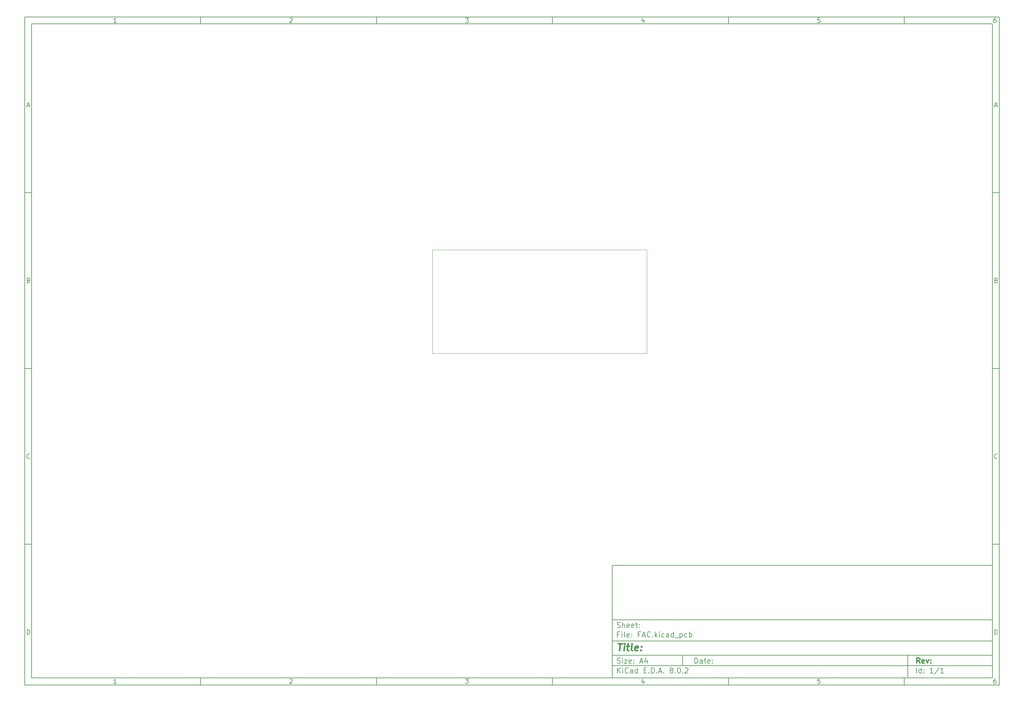
<source format=gbr>
%TF.GenerationSoftware,KiCad,Pcbnew,8.0.2*%
%TF.CreationDate,2024-06-13T18:36:30+05:30*%
%TF.ProjectId,FAC,4641432e-6b69-4636-9164-5f7063625858,rev?*%
%TF.SameCoordinates,Original*%
%TF.FileFunction,Profile,NP*%
%FSLAX46Y46*%
G04 Gerber Fmt 4.6, Leading zero omitted, Abs format (unit mm)*
G04 Created by KiCad (PCBNEW 8.0.2) date 2024-06-13 18:36:30*
%MOMM*%
%LPD*%
G01*
G04 APERTURE LIST*
%ADD10C,0.100000*%
%ADD11C,0.150000*%
%ADD12C,0.300000*%
%ADD13C,0.400000*%
%TA.AperFunction,Profile*%
%ADD14C,0.050000*%
%TD*%
G04 APERTURE END LIST*
D10*
D11*
X177002200Y-166007200D02*
X285002200Y-166007200D01*
X285002200Y-198007200D01*
X177002200Y-198007200D01*
X177002200Y-166007200D01*
D10*
D11*
X10000000Y-10000000D02*
X287002200Y-10000000D01*
X287002200Y-200007200D01*
X10000000Y-200007200D01*
X10000000Y-10000000D01*
D10*
D11*
X12000000Y-12000000D02*
X285002200Y-12000000D01*
X285002200Y-198007200D01*
X12000000Y-198007200D01*
X12000000Y-12000000D01*
D10*
D11*
X60000000Y-12000000D02*
X60000000Y-10000000D01*
D10*
D11*
X110000000Y-12000000D02*
X110000000Y-10000000D01*
D10*
D11*
X160000000Y-12000000D02*
X160000000Y-10000000D01*
D10*
D11*
X210000000Y-12000000D02*
X210000000Y-10000000D01*
D10*
D11*
X260000000Y-12000000D02*
X260000000Y-10000000D01*
D10*
D11*
X36089160Y-11593604D02*
X35346303Y-11593604D01*
X35717731Y-11593604D02*
X35717731Y-10293604D01*
X35717731Y-10293604D02*
X35593922Y-10479319D01*
X35593922Y-10479319D02*
X35470112Y-10603128D01*
X35470112Y-10603128D02*
X35346303Y-10665033D01*
D10*
D11*
X85346303Y-10417414D02*
X85408207Y-10355509D01*
X85408207Y-10355509D02*
X85532017Y-10293604D01*
X85532017Y-10293604D02*
X85841541Y-10293604D01*
X85841541Y-10293604D02*
X85965350Y-10355509D01*
X85965350Y-10355509D02*
X86027255Y-10417414D01*
X86027255Y-10417414D02*
X86089160Y-10541223D01*
X86089160Y-10541223D02*
X86089160Y-10665033D01*
X86089160Y-10665033D02*
X86027255Y-10850747D01*
X86027255Y-10850747D02*
X85284398Y-11593604D01*
X85284398Y-11593604D02*
X86089160Y-11593604D01*
D10*
D11*
X135284398Y-10293604D02*
X136089160Y-10293604D01*
X136089160Y-10293604D02*
X135655826Y-10788842D01*
X135655826Y-10788842D02*
X135841541Y-10788842D01*
X135841541Y-10788842D02*
X135965350Y-10850747D01*
X135965350Y-10850747D02*
X136027255Y-10912652D01*
X136027255Y-10912652D02*
X136089160Y-11036461D01*
X136089160Y-11036461D02*
X136089160Y-11345985D01*
X136089160Y-11345985D02*
X136027255Y-11469795D01*
X136027255Y-11469795D02*
X135965350Y-11531700D01*
X135965350Y-11531700D02*
X135841541Y-11593604D01*
X135841541Y-11593604D02*
X135470112Y-11593604D01*
X135470112Y-11593604D02*
X135346303Y-11531700D01*
X135346303Y-11531700D02*
X135284398Y-11469795D01*
D10*
D11*
X185965350Y-10726938D02*
X185965350Y-11593604D01*
X185655826Y-10231700D02*
X185346303Y-11160271D01*
X185346303Y-11160271D02*
X186151064Y-11160271D01*
D10*
D11*
X236027255Y-10293604D02*
X235408207Y-10293604D01*
X235408207Y-10293604D02*
X235346303Y-10912652D01*
X235346303Y-10912652D02*
X235408207Y-10850747D01*
X235408207Y-10850747D02*
X235532017Y-10788842D01*
X235532017Y-10788842D02*
X235841541Y-10788842D01*
X235841541Y-10788842D02*
X235965350Y-10850747D01*
X235965350Y-10850747D02*
X236027255Y-10912652D01*
X236027255Y-10912652D02*
X236089160Y-11036461D01*
X236089160Y-11036461D02*
X236089160Y-11345985D01*
X236089160Y-11345985D02*
X236027255Y-11469795D01*
X236027255Y-11469795D02*
X235965350Y-11531700D01*
X235965350Y-11531700D02*
X235841541Y-11593604D01*
X235841541Y-11593604D02*
X235532017Y-11593604D01*
X235532017Y-11593604D02*
X235408207Y-11531700D01*
X235408207Y-11531700D02*
X235346303Y-11469795D01*
D10*
D11*
X285965350Y-10293604D02*
X285717731Y-10293604D01*
X285717731Y-10293604D02*
X285593922Y-10355509D01*
X285593922Y-10355509D02*
X285532017Y-10417414D01*
X285532017Y-10417414D02*
X285408207Y-10603128D01*
X285408207Y-10603128D02*
X285346303Y-10850747D01*
X285346303Y-10850747D02*
X285346303Y-11345985D01*
X285346303Y-11345985D02*
X285408207Y-11469795D01*
X285408207Y-11469795D02*
X285470112Y-11531700D01*
X285470112Y-11531700D02*
X285593922Y-11593604D01*
X285593922Y-11593604D02*
X285841541Y-11593604D01*
X285841541Y-11593604D02*
X285965350Y-11531700D01*
X285965350Y-11531700D02*
X286027255Y-11469795D01*
X286027255Y-11469795D02*
X286089160Y-11345985D01*
X286089160Y-11345985D02*
X286089160Y-11036461D01*
X286089160Y-11036461D02*
X286027255Y-10912652D01*
X286027255Y-10912652D02*
X285965350Y-10850747D01*
X285965350Y-10850747D02*
X285841541Y-10788842D01*
X285841541Y-10788842D02*
X285593922Y-10788842D01*
X285593922Y-10788842D02*
X285470112Y-10850747D01*
X285470112Y-10850747D02*
X285408207Y-10912652D01*
X285408207Y-10912652D02*
X285346303Y-11036461D01*
D10*
D11*
X60000000Y-198007200D02*
X60000000Y-200007200D01*
D10*
D11*
X110000000Y-198007200D02*
X110000000Y-200007200D01*
D10*
D11*
X160000000Y-198007200D02*
X160000000Y-200007200D01*
D10*
D11*
X210000000Y-198007200D02*
X210000000Y-200007200D01*
D10*
D11*
X260000000Y-198007200D02*
X260000000Y-200007200D01*
D10*
D11*
X36089160Y-199600804D02*
X35346303Y-199600804D01*
X35717731Y-199600804D02*
X35717731Y-198300804D01*
X35717731Y-198300804D02*
X35593922Y-198486519D01*
X35593922Y-198486519D02*
X35470112Y-198610328D01*
X35470112Y-198610328D02*
X35346303Y-198672233D01*
D10*
D11*
X85346303Y-198424614D02*
X85408207Y-198362709D01*
X85408207Y-198362709D02*
X85532017Y-198300804D01*
X85532017Y-198300804D02*
X85841541Y-198300804D01*
X85841541Y-198300804D02*
X85965350Y-198362709D01*
X85965350Y-198362709D02*
X86027255Y-198424614D01*
X86027255Y-198424614D02*
X86089160Y-198548423D01*
X86089160Y-198548423D02*
X86089160Y-198672233D01*
X86089160Y-198672233D02*
X86027255Y-198857947D01*
X86027255Y-198857947D02*
X85284398Y-199600804D01*
X85284398Y-199600804D02*
X86089160Y-199600804D01*
D10*
D11*
X135284398Y-198300804D02*
X136089160Y-198300804D01*
X136089160Y-198300804D02*
X135655826Y-198796042D01*
X135655826Y-198796042D02*
X135841541Y-198796042D01*
X135841541Y-198796042D02*
X135965350Y-198857947D01*
X135965350Y-198857947D02*
X136027255Y-198919852D01*
X136027255Y-198919852D02*
X136089160Y-199043661D01*
X136089160Y-199043661D02*
X136089160Y-199353185D01*
X136089160Y-199353185D02*
X136027255Y-199476995D01*
X136027255Y-199476995D02*
X135965350Y-199538900D01*
X135965350Y-199538900D02*
X135841541Y-199600804D01*
X135841541Y-199600804D02*
X135470112Y-199600804D01*
X135470112Y-199600804D02*
X135346303Y-199538900D01*
X135346303Y-199538900D02*
X135284398Y-199476995D01*
D10*
D11*
X185965350Y-198734138D02*
X185965350Y-199600804D01*
X185655826Y-198238900D02*
X185346303Y-199167471D01*
X185346303Y-199167471D02*
X186151064Y-199167471D01*
D10*
D11*
X236027255Y-198300804D02*
X235408207Y-198300804D01*
X235408207Y-198300804D02*
X235346303Y-198919852D01*
X235346303Y-198919852D02*
X235408207Y-198857947D01*
X235408207Y-198857947D02*
X235532017Y-198796042D01*
X235532017Y-198796042D02*
X235841541Y-198796042D01*
X235841541Y-198796042D02*
X235965350Y-198857947D01*
X235965350Y-198857947D02*
X236027255Y-198919852D01*
X236027255Y-198919852D02*
X236089160Y-199043661D01*
X236089160Y-199043661D02*
X236089160Y-199353185D01*
X236089160Y-199353185D02*
X236027255Y-199476995D01*
X236027255Y-199476995D02*
X235965350Y-199538900D01*
X235965350Y-199538900D02*
X235841541Y-199600804D01*
X235841541Y-199600804D02*
X235532017Y-199600804D01*
X235532017Y-199600804D02*
X235408207Y-199538900D01*
X235408207Y-199538900D02*
X235346303Y-199476995D01*
D10*
D11*
X285965350Y-198300804D02*
X285717731Y-198300804D01*
X285717731Y-198300804D02*
X285593922Y-198362709D01*
X285593922Y-198362709D02*
X285532017Y-198424614D01*
X285532017Y-198424614D02*
X285408207Y-198610328D01*
X285408207Y-198610328D02*
X285346303Y-198857947D01*
X285346303Y-198857947D02*
X285346303Y-199353185D01*
X285346303Y-199353185D02*
X285408207Y-199476995D01*
X285408207Y-199476995D02*
X285470112Y-199538900D01*
X285470112Y-199538900D02*
X285593922Y-199600804D01*
X285593922Y-199600804D02*
X285841541Y-199600804D01*
X285841541Y-199600804D02*
X285965350Y-199538900D01*
X285965350Y-199538900D02*
X286027255Y-199476995D01*
X286027255Y-199476995D02*
X286089160Y-199353185D01*
X286089160Y-199353185D02*
X286089160Y-199043661D01*
X286089160Y-199043661D02*
X286027255Y-198919852D01*
X286027255Y-198919852D02*
X285965350Y-198857947D01*
X285965350Y-198857947D02*
X285841541Y-198796042D01*
X285841541Y-198796042D02*
X285593922Y-198796042D01*
X285593922Y-198796042D02*
X285470112Y-198857947D01*
X285470112Y-198857947D02*
X285408207Y-198919852D01*
X285408207Y-198919852D02*
X285346303Y-199043661D01*
D10*
D11*
X10000000Y-60000000D02*
X12000000Y-60000000D01*
D10*
D11*
X10000000Y-110000000D02*
X12000000Y-110000000D01*
D10*
D11*
X10000000Y-160000000D02*
X12000000Y-160000000D01*
D10*
D11*
X10690476Y-35222176D02*
X11309523Y-35222176D01*
X10566666Y-35593604D02*
X10999999Y-34293604D01*
X10999999Y-34293604D02*
X11433333Y-35593604D01*
D10*
D11*
X11092857Y-84912652D02*
X11278571Y-84974557D01*
X11278571Y-84974557D02*
X11340476Y-85036461D01*
X11340476Y-85036461D02*
X11402380Y-85160271D01*
X11402380Y-85160271D02*
X11402380Y-85345985D01*
X11402380Y-85345985D02*
X11340476Y-85469795D01*
X11340476Y-85469795D02*
X11278571Y-85531700D01*
X11278571Y-85531700D02*
X11154761Y-85593604D01*
X11154761Y-85593604D02*
X10659523Y-85593604D01*
X10659523Y-85593604D02*
X10659523Y-84293604D01*
X10659523Y-84293604D02*
X11092857Y-84293604D01*
X11092857Y-84293604D02*
X11216666Y-84355509D01*
X11216666Y-84355509D02*
X11278571Y-84417414D01*
X11278571Y-84417414D02*
X11340476Y-84541223D01*
X11340476Y-84541223D02*
X11340476Y-84665033D01*
X11340476Y-84665033D02*
X11278571Y-84788842D01*
X11278571Y-84788842D02*
X11216666Y-84850747D01*
X11216666Y-84850747D02*
X11092857Y-84912652D01*
X11092857Y-84912652D02*
X10659523Y-84912652D01*
D10*
D11*
X11402380Y-135469795D02*
X11340476Y-135531700D01*
X11340476Y-135531700D02*
X11154761Y-135593604D01*
X11154761Y-135593604D02*
X11030952Y-135593604D01*
X11030952Y-135593604D02*
X10845238Y-135531700D01*
X10845238Y-135531700D02*
X10721428Y-135407890D01*
X10721428Y-135407890D02*
X10659523Y-135284080D01*
X10659523Y-135284080D02*
X10597619Y-135036461D01*
X10597619Y-135036461D02*
X10597619Y-134850747D01*
X10597619Y-134850747D02*
X10659523Y-134603128D01*
X10659523Y-134603128D02*
X10721428Y-134479319D01*
X10721428Y-134479319D02*
X10845238Y-134355509D01*
X10845238Y-134355509D02*
X11030952Y-134293604D01*
X11030952Y-134293604D02*
X11154761Y-134293604D01*
X11154761Y-134293604D02*
X11340476Y-134355509D01*
X11340476Y-134355509D02*
X11402380Y-134417414D01*
D10*
D11*
X10659523Y-185593604D02*
X10659523Y-184293604D01*
X10659523Y-184293604D02*
X10969047Y-184293604D01*
X10969047Y-184293604D02*
X11154761Y-184355509D01*
X11154761Y-184355509D02*
X11278571Y-184479319D01*
X11278571Y-184479319D02*
X11340476Y-184603128D01*
X11340476Y-184603128D02*
X11402380Y-184850747D01*
X11402380Y-184850747D02*
X11402380Y-185036461D01*
X11402380Y-185036461D02*
X11340476Y-185284080D01*
X11340476Y-185284080D02*
X11278571Y-185407890D01*
X11278571Y-185407890D02*
X11154761Y-185531700D01*
X11154761Y-185531700D02*
X10969047Y-185593604D01*
X10969047Y-185593604D02*
X10659523Y-185593604D01*
D10*
D11*
X287002200Y-60000000D02*
X285002200Y-60000000D01*
D10*
D11*
X287002200Y-110000000D02*
X285002200Y-110000000D01*
D10*
D11*
X287002200Y-160000000D02*
X285002200Y-160000000D01*
D10*
D11*
X285692676Y-35222176D02*
X286311723Y-35222176D01*
X285568866Y-35593604D02*
X286002199Y-34293604D01*
X286002199Y-34293604D02*
X286435533Y-35593604D01*
D10*
D11*
X286095057Y-84912652D02*
X286280771Y-84974557D01*
X286280771Y-84974557D02*
X286342676Y-85036461D01*
X286342676Y-85036461D02*
X286404580Y-85160271D01*
X286404580Y-85160271D02*
X286404580Y-85345985D01*
X286404580Y-85345985D02*
X286342676Y-85469795D01*
X286342676Y-85469795D02*
X286280771Y-85531700D01*
X286280771Y-85531700D02*
X286156961Y-85593604D01*
X286156961Y-85593604D02*
X285661723Y-85593604D01*
X285661723Y-85593604D02*
X285661723Y-84293604D01*
X285661723Y-84293604D02*
X286095057Y-84293604D01*
X286095057Y-84293604D02*
X286218866Y-84355509D01*
X286218866Y-84355509D02*
X286280771Y-84417414D01*
X286280771Y-84417414D02*
X286342676Y-84541223D01*
X286342676Y-84541223D02*
X286342676Y-84665033D01*
X286342676Y-84665033D02*
X286280771Y-84788842D01*
X286280771Y-84788842D02*
X286218866Y-84850747D01*
X286218866Y-84850747D02*
X286095057Y-84912652D01*
X286095057Y-84912652D02*
X285661723Y-84912652D01*
D10*
D11*
X286404580Y-135469795D02*
X286342676Y-135531700D01*
X286342676Y-135531700D02*
X286156961Y-135593604D01*
X286156961Y-135593604D02*
X286033152Y-135593604D01*
X286033152Y-135593604D02*
X285847438Y-135531700D01*
X285847438Y-135531700D02*
X285723628Y-135407890D01*
X285723628Y-135407890D02*
X285661723Y-135284080D01*
X285661723Y-135284080D02*
X285599819Y-135036461D01*
X285599819Y-135036461D02*
X285599819Y-134850747D01*
X285599819Y-134850747D02*
X285661723Y-134603128D01*
X285661723Y-134603128D02*
X285723628Y-134479319D01*
X285723628Y-134479319D02*
X285847438Y-134355509D01*
X285847438Y-134355509D02*
X286033152Y-134293604D01*
X286033152Y-134293604D02*
X286156961Y-134293604D01*
X286156961Y-134293604D02*
X286342676Y-134355509D01*
X286342676Y-134355509D02*
X286404580Y-134417414D01*
D10*
D11*
X285661723Y-185593604D02*
X285661723Y-184293604D01*
X285661723Y-184293604D02*
X285971247Y-184293604D01*
X285971247Y-184293604D02*
X286156961Y-184355509D01*
X286156961Y-184355509D02*
X286280771Y-184479319D01*
X286280771Y-184479319D02*
X286342676Y-184603128D01*
X286342676Y-184603128D02*
X286404580Y-184850747D01*
X286404580Y-184850747D02*
X286404580Y-185036461D01*
X286404580Y-185036461D02*
X286342676Y-185284080D01*
X286342676Y-185284080D02*
X286280771Y-185407890D01*
X286280771Y-185407890D02*
X286156961Y-185531700D01*
X286156961Y-185531700D02*
X285971247Y-185593604D01*
X285971247Y-185593604D02*
X285661723Y-185593604D01*
D10*
D11*
X200458026Y-193793328D02*
X200458026Y-192293328D01*
X200458026Y-192293328D02*
X200815169Y-192293328D01*
X200815169Y-192293328D02*
X201029455Y-192364757D01*
X201029455Y-192364757D02*
X201172312Y-192507614D01*
X201172312Y-192507614D02*
X201243741Y-192650471D01*
X201243741Y-192650471D02*
X201315169Y-192936185D01*
X201315169Y-192936185D02*
X201315169Y-193150471D01*
X201315169Y-193150471D02*
X201243741Y-193436185D01*
X201243741Y-193436185D02*
X201172312Y-193579042D01*
X201172312Y-193579042D02*
X201029455Y-193721900D01*
X201029455Y-193721900D02*
X200815169Y-193793328D01*
X200815169Y-193793328D02*
X200458026Y-193793328D01*
X202600884Y-193793328D02*
X202600884Y-193007614D01*
X202600884Y-193007614D02*
X202529455Y-192864757D01*
X202529455Y-192864757D02*
X202386598Y-192793328D01*
X202386598Y-192793328D02*
X202100884Y-192793328D01*
X202100884Y-192793328D02*
X201958026Y-192864757D01*
X202600884Y-193721900D02*
X202458026Y-193793328D01*
X202458026Y-193793328D02*
X202100884Y-193793328D01*
X202100884Y-193793328D02*
X201958026Y-193721900D01*
X201958026Y-193721900D02*
X201886598Y-193579042D01*
X201886598Y-193579042D02*
X201886598Y-193436185D01*
X201886598Y-193436185D02*
X201958026Y-193293328D01*
X201958026Y-193293328D02*
X202100884Y-193221900D01*
X202100884Y-193221900D02*
X202458026Y-193221900D01*
X202458026Y-193221900D02*
X202600884Y-193150471D01*
X203100884Y-192793328D02*
X203672312Y-192793328D01*
X203315169Y-192293328D02*
X203315169Y-193579042D01*
X203315169Y-193579042D02*
X203386598Y-193721900D01*
X203386598Y-193721900D02*
X203529455Y-193793328D01*
X203529455Y-193793328D02*
X203672312Y-193793328D01*
X204743741Y-193721900D02*
X204600884Y-193793328D01*
X204600884Y-193793328D02*
X204315170Y-193793328D01*
X204315170Y-193793328D02*
X204172312Y-193721900D01*
X204172312Y-193721900D02*
X204100884Y-193579042D01*
X204100884Y-193579042D02*
X204100884Y-193007614D01*
X204100884Y-193007614D02*
X204172312Y-192864757D01*
X204172312Y-192864757D02*
X204315170Y-192793328D01*
X204315170Y-192793328D02*
X204600884Y-192793328D01*
X204600884Y-192793328D02*
X204743741Y-192864757D01*
X204743741Y-192864757D02*
X204815170Y-193007614D01*
X204815170Y-193007614D02*
X204815170Y-193150471D01*
X204815170Y-193150471D02*
X204100884Y-193293328D01*
X205458026Y-193650471D02*
X205529455Y-193721900D01*
X205529455Y-193721900D02*
X205458026Y-193793328D01*
X205458026Y-193793328D02*
X205386598Y-193721900D01*
X205386598Y-193721900D02*
X205458026Y-193650471D01*
X205458026Y-193650471D02*
X205458026Y-193793328D01*
X205458026Y-192864757D02*
X205529455Y-192936185D01*
X205529455Y-192936185D02*
X205458026Y-193007614D01*
X205458026Y-193007614D02*
X205386598Y-192936185D01*
X205386598Y-192936185D02*
X205458026Y-192864757D01*
X205458026Y-192864757D02*
X205458026Y-193007614D01*
D10*
D11*
X177002200Y-194507200D02*
X285002200Y-194507200D01*
D10*
D11*
X178458026Y-196593328D02*
X178458026Y-195093328D01*
X179315169Y-196593328D02*
X178672312Y-195736185D01*
X179315169Y-195093328D02*
X178458026Y-195950471D01*
X179958026Y-196593328D02*
X179958026Y-195593328D01*
X179958026Y-195093328D02*
X179886598Y-195164757D01*
X179886598Y-195164757D02*
X179958026Y-195236185D01*
X179958026Y-195236185D02*
X180029455Y-195164757D01*
X180029455Y-195164757D02*
X179958026Y-195093328D01*
X179958026Y-195093328D02*
X179958026Y-195236185D01*
X181529455Y-196450471D02*
X181458027Y-196521900D01*
X181458027Y-196521900D02*
X181243741Y-196593328D01*
X181243741Y-196593328D02*
X181100884Y-196593328D01*
X181100884Y-196593328D02*
X180886598Y-196521900D01*
X180886598Y-196521900D02*
X180743741Y-196379042D01*
X180743741Y-196379042D02*
X180672312Y-196236185D01*
X180672312Y-196236185D02*
X180600884Y-195950471D01*
X180600884Y-195950471D02*
X180600884Y-195736185D01*
X180600884Y-195736185D02*
X180672312Y-195450471D01*
X180672312Y-195450471D02*
X180743741Y-195307614D01*
X180743741Y-195307614D02*
X180886598Y-195164757D01*
X180886598Y-195164757D02*
X181100884Y-195093328D01*
X181100884Y-195093328D02*
X181243741Y-195093328D01*
X181243741Y-195093328D02*
X181458027Y-195164757D01*
X181458027Y-195164757D02*
X181529455Y-195236185D01*
X182815170Y-196593328D02*
X182815170Y-195807614D01*
X182815170Y-195807614D02*
X182743741Y-195664757D01*
X182743741Y-195664757D02*
X182600884Y-195593328D01*
X182600884Y-195593328D02*
X182315170Y-195593328D01*
X182315170Y-195593328D02*
X182172312Y-195664757D01*
X182815170Y-196521900D02*
X182672312Y-196593328D01*
X182672312Y-196593328D02*
X182315170Y-196593328D01*
X182315170Y-196593328D02*
X182172312Y-196521900D01*
X182172312Y-196521900D02*
X182100884Y-196379042D01*
X182100884Y-196379042D02*
X182100884Y-196236185D01*
X182100884Y-196236185D02*
X182172312Y-196093328D01*
X182172312Y-196093328D02*
X182315170Y-196021900D01*
X182315170Y-196021900D02*
X182672312Y-196021900D01*
X182672312Y-196021900D02*
X182815170Y-195950471D01*
X184172313Y-196593328D02*
X184172313Y-195093328D01*
X184172313Y-196521900D02*
X184029455Y-196593328D01*
X184029455Y-196593328D02*
X183743741Y-196593328D01*
X183743741Y-196593328D02*
X183600884Y-196521900D01*
X183600884Y-196521900D02*
X183529455Y-196450471D01*
X183529455Y-196450471D02*
X183458027Y-196307614D01*
X183458027Y-196307614D02*
X183458027Y-195879042D01*
X183458027Y-195879042D02*
X183529455Y-195736185D01*
X183529455Y-195736185D02*
X183600884Y-195664757D01*
X183600884Y-195664757D02*
X183743741Y-195593328D01*
X183743741Y-195593328D02*
X184029455Y-195593328D01*
X184029455Y-195593328D02*
X184172313Y-195664757D01*
X186029455Y-195807614D02*
X186529455Y-195807614D01*
X186743741Y-196593328D02*
X186029455Y-196593328D01*
X186029455Y-196593328D02*
X186029455Y-195093328D01*
X186029455Y-195093328D02*
X186743741Y-195093328D01*
X187386598Y-196450471D02*
X187458027Y-196521900D01*
X187458027Y-196521900D02*
X187386598Y-196593328D01*
X187386598Y-196593328D02*
X187315170Y-196521900D01*
X187315170Y-196521900D02*
X187386598Y-196450471D01*
X187386598Y-196450471D02*
X187386598Y-196593328D01*
X188100884Y-196593328D02*
X188100884Y-195093328D01*
X188100884Y-195093328D02*
X188458027Y-195093328D01*
X188458027Y-195093328D02*
X188672313Y-195164757D01*
X188672313Y-195164757D02*
X188815170Y-195307614D01*
X188815170Y-195307614D02*
X188886599Y-195450471D01*
X188886599Y-195450471D02*
X188958027Y-195736185D01*
X188958027Y-195736185D02*
X188958027Y-195950471D01*
X188958027Y-195950471D02*
X188886599Y-196236185D01*
X188886599Y-196236185D02*
X188815170Y-196379042D01*
X188815170Y-196379042D02*
X188672313Y-196521900D01*
X188672313Y-196521900D02*
X188458027Y-196593328D01*
X188458027Y-196593328D02*
X188100884Y-196593328D01*
X189600884Y-196450471D02*
X189672313Y-196521900D01*
X189672313Y-196521900D02*
X189600884Y-196593328D01*
X189600884Y-196593328D02*
X189529456Y-196521900D01*
X189529456Y-196521900D02*
X189600884Y-196450471D01*
X189600884Y-196450471D02*
X189600884Y-196593328D01*
X190243742Y-196164757D02*
X190958028Y-196164757D01*
X190100885Y-196593328D02*
X190600885Y-195093328D01*
X190600885Y-195093328D02*
X191100885Y-196593328D01*
X191600884Y-196450471D02*
X191672313Y-196521900D01*
X191672313Y-196521900D02*
X191600884Y-196593328D01*
X191600884Y-196593328D02*
X191529456Y-196521900D01*
X191529456Y-196521900D02*
X191600884Y-196450471D01*
X191600884Y-196450471D02*
X191600884Y-196593328D01*
X193672313Y-195736185D02*
X193529456Y-195664757D01*
X193529456Y-195664757D02*
X193458027Y-195593328D01*
X193458027Y-195593328D02*
X193386599Y-195450471D01*
X193386599Y-195450471D02*
X193386599Y-195379042D01*
X193386599Y-195379042D02*
X193458027Y-195236185D01*
X193458027Y-195236185D02*
X193529456Y-195164757D01*
X193529456Y-195164757D02*
X193672313Y-195093328D01*
X193672313Y-195093328D02*
X193958027Y-195093328D01*
X193958027Y-195093328D02*
X194100885Y-195164757D01*
X194100885Y-195164757D02*
X194172313Y-195236185D01*
X194172313Y-195236185D02*
X194243742Y-195379042D01*
X194243742Y-195379042D02*
X194243742Y-195450471D01*
X194243742Y-195450471D02*
X194172313Y-195593328D01*
X194172313Y-195593328D02*
X194100885Y-195664757D01*
X194100885Y-195664757D02*
X193958027Y-195736185D01*
X193958027Y-195736185D02*
X193672313Y-195736185D01*
X193672313Y-195736185D02*
X193529456Y-195807614D01*
X193529456Y-195807614D02*
X193458027Y-195879042D01*
X193458027Y-195879042D02*
X193386599Y-196021900D01*
X193386599Y-196021900D02*
X193386599Y-196307614D01*
X193386599Y-196307614D02*
X193458027Y-196450471D01*
X193458027Y-196450471D02*
X193529456Y-196521900D01*
X193529456Y-196521900D02*
X193672313Y-196593328D01*
X193672313Y-196593328D02*
X193958027Y-196593328D01*
X193958027Y-196593328D02*
X194100885Y-196521900D01*
X194100885Y-196521900D02*
X194172313Y-196450471D01*
X194172313Y-196450471D02*
X194243742Y-196307614D01*
X194243742Y-196307614D02*
X194243742Y-196021900D01*
X194243742Y-196021900D02*
X194172313Y-195879042D01*
X194172313Y-195879042D02*
X194100885Y-195807614D01*
X194100885Y-195807614D02*
X193958027Y-195736185D01*
X194886598Y-196450471D02*
X194958027Y-196521900D01*
X194958027Y-196521900D02*
X194886598Y-196593328D01*
X194886598Y-196593328D02*
X194815170Y-196521900D01*
X194815170Y-196521900D02*
X194886598Y-196450471D01*
X194886598Y-196450471D02*
X194886598Y-196593328D01*
X195886599Y-195093328D02*
X196029456Y-195093328D01*
X196029456Y-195093328D02*
X196172313Y-195164757D01*
X196172313Y-195164757D02*
X196243742Y-195236185D01*
X196243742Y-195236185D02*
X196315170Y-195379042D01*
X196315170Y-195379042D02*
X196386599Y-195664757D01*
X196386599Y-195664757D02*
X196386599Y-196021900D01*
X196386599Y-196021900D02*
X196315170Y-196307614D01*
X196315170Y-196307614D02*
X196243742Y-196450471D01*
X196243742Y-196450471D02*
X196172313Y-196521900D01*
X196172313Y-196521900D02*
X196029456Y-196593328D01*
X196029456Y-196593328D02*
X195886599Y-196593328D01*
X195886599Y-196593328D02*
X195743742Y-196521900D01*
X195743742Y-196521900D02*
X195672313Y-196450471D01*
X195672313Y-196450471D02*
X195600884Y-196307614D01*
X195600884Y-196307614D02*
X195529456Y-196021900D01*
X195529456Y-196021900D02*
X195529456Y-195664757D01*
X195529456Y-195664757D02*
X195600884Y-195379042D01*
X195600884Y-195379042D02*
X195672313Y-195236185D01*
X195672313Y-195236185D02*
X195743742Y-195164757D01*
X195743742Y-195164757D02*
X195886599Y-195093328D01*
X197029455Y-196450471D02*
X197100884Y-196521900D01*
X197100884Y-196521900D02*
X197029455Y-196593328D01*
X197029455Y-196593328D02*
X196958027Y-196521900D01*
X196958027Y-196521900D02*
X197029455Y-196450471D01*
X197029455Y-196450471D02*
X197029455Y-196593328D01*
X197672313Y-195236185D02*
X197743741Y-195164757D01*
X197743741Y-195164757D02*
X197886599Y-195093328D01*
X197886599Y-195093328D02*
X198243741Y-195093328D01*
X198243741Y-195093328D02*
X198386599Y-195164757D01*
X198386599Y-195164757D02*
X198458027Y-195236185D01*
X198458027Y-195236185D02*
X198529456Y-195379042D01*
X198529456Y-195379042D02*
X198529456Y-195521900D01*
X198529456Y-195521900D02*
X198458027Y-195736185D01*
X198458027Y-195736185D02*
X197600884Y-196593328D01*
X197600884Y-196593328D02*
X198529456Y-196593328D01*
D10*
D11*
X177002200Y-191507200D02*
X285002200Y-191507200D01*
D10*
D12*
X264413853Y-193785528D02*
X263913853Y-193071242D01*
X263556710Y-193785528D02*
X263556710Y-192285528D01*
X263556710Y-192285528D02*
X264128139Y-192285528D01*
X264128139Y-192285528D02*
X264270996Y-192356957D01*
X264270996Y-192356957D02*
X264342425Y-192428385D01*
X264342425Y-192428385D02*
X264413853Y-192571242D01*
X264413853Y-192571242D02*
X264413853Y-192785528D01*
X264413853Y-192785528D02*
X264342425Y-192928385D01*
X264342425Y-192928385D02*
X264270996Y-192999814D01*
X264270996Y-192999814D02*
X264128139Y-193071242D01*
X264128139Y-193071242D02*
X263556710Y-193071242D01*
X265628139Y-193714100D02*
X265485282Y-193785528D01*
X265485282Y-193785528D02*
X265199568Y-193785528D01*
X265199568Y-193785528D02*
X265056710Y-193714100D01*
X265056710Y-193714100D02*
X264985282Y-193571242D01*
X264985282Y-193571242D02*
X264985282Y-192999814D01*
X264985282Y-192999814D02*
X265056710Y-192856957D01*
X265056710Y-192856957D02*
X265199568Y-192785528D01*
X265199568Y-192785528D02*
X265485282Y-192785528D01*
X265485282Y-192785528D02*
X265628139Y-192856957D01*
X265628139Y-192856957D02*
X265699568Y-192999814D01*
X265699568Y-192999814D02*
X265699568Y-193142671D01*
X265699568Y-193142671D02*
X264985282Y-193285528D01*
X266199567Y-192785528D02*
X266556710Y-193785528D01*
X266556710Y-193785528D02*
X266913853Y-192785528D01*
X267485281Y-193642671D02*
X267556710Y-193714100D01*
X267556710Y-193714100D02*
X267485281Y-193785528D01*
X267485281Y-193785528D02*
X267413853Y-193714100D01*
X267413853Y-193714100D02*
X267485281Y-193642671D01*
X267485281Y-193642671D02*
X267485281Y-193785528D01*
X267485281Y-192856957D02*
X267556710Y-192928385D01*
X267556710Y-192928385D02*
X267485281Y-192999814D01*
X267485281Y-192999814D02*
X267413853Y-192928385D01*
X267413853Y-192928385D02*
X267485281Y-192856957D01*
X267485281Y-192856957D02*
X267485281Y-192999814D01*
D10*
D11*
X178386598Y-193721900D02*
X178600884Y-193793328D01*
X178600884Y-193793328D02*
X178958026Y-193793328D01*
X178958026Y-193793328D02*
X179100884Y-193721900D01*
X179100884Y-193721900D02*
X179172312Y-193650471D01*
X179172312Y-193650471D02*
X179243741Y-193507614D01*
X179243741Y-193507614D02*
X179243741Y-193364757D01*
X179243741Y-193364757D02*
X179172312Y-193221900D01*
X179172312Y-193221900D02*
X179100884Y-193150471D01*
X179100884Y-193150471D02*
X178958026Y-193079042D01*
X178958026Y-193079042D02*
X178672312Y-193007614D01*
X178672312Y-193007614D02*
X178529455Y-192936185D01*
X178529455Y-192936185D02*
X178458026Y-192864757D01*
X178458026Y-192864757D02*
X178386598Y-192721900D01*
X178386598Y-192721900D02*
X178386598Y-192579042D01*
X178386598Y-192579042D02*
X178458026Y-192436185D01*
X178458026Y-192436185D02*
X178529455Y-192364757D01*
X178529455Y-192364757D02*
X178672312Y-192293328D01*
X178672312Y-192293328D02*
X179029455Y-192293328D01*
X179029455Y-192293328D02*
X179243741Y-192364757D01*
X179886597Y-193793328D02*
X179886597Y-192793328D01*
X179886597Y-192293328D02*
X179815169Y-192364757D01*
X179815169Y-192364757D02*
X179886597Y-192436185D01*
X179886597Y-192436185D02*
X179958026Y-192364757D01*
X179958026Y-192364757D02*
X179886597Y-192293328D01*
X179886597Y-192293328D02*
X179886597Y-192436185D01*
X180458026Y-192793328D02*
X181243741Y-192793328D01*
X181243741Y-192793328D02*
X180458026Y-193793328D01*
X180458026Y-193793328D02*
X181243741Y-193793328D01*
X182386598Y-193721900D02*
X182243741Y-193793328D01*
X182243741Y-193793328D02*
X181958027Y-193793328D01*
X181958027Y-193793328D02*
X181815169Y-193721900D01*
X181815169Y-193721900D02*
X181743741Y-193579042D01*
X181743741Y-193579042D02*
X181743741Y-193007614D01*
X181743741Y-193007614D02*
X181815169Y-192864757D01*
X181815169Y-192864757D02*
X181958027Y-192793328D01*
X181958027Y-192793328D02*
X182243741Y-192793328D01*
X182243741Y-192793328D02*
X182386598Y-192864757D01*
X182386598Y-192864757D02*
X182458027Y-193007614D01*
X182458027Y-193007614D02*
X182458027Y-193150471D01*
X182458027Y-193150471D02*
X181743741Y-193293328D01*
X183100883Y-193650471D02*
X183172312Y-193721900D01*
X183172312Y-193721900D02*
X183100883Y-193793328D01*
X183100883Y-193793328D02*
X183029455Y-193721900D01*
X183029455Y-193721900D02*
X183100883Y-193650471D01*
X183100883Y-193650471D02*
X183100883Y-193793328D01*
X183100883Y-192864757D02*
X183172312Y-192936185D01*
X183172312Y-192936185D02*
X183100883Y-193007614D01*
X183100883Y-193007614D02*
X183029455Y-192936185D01*
X183029455Y-192936185D02*
X183100883Y-192864757D01*
X183100883Y-192864757D02*
X183100883Y-193007614D01*
X184886598Y-193364757D02*
X185600884Y-193364757D01*
X184743741Y-193793328D02*
X185243741Y-192293328D01*
X185243741Y-192293328D02*
X185743741Y-193793328D01*
X186886598Y-192793328D02*
X186886598Y-193793328D01*
X186529455Y-192221900D02*
X186172312Y-193293328D01*
X186172312Y-193293328D02*
X187100883Y-193293328D01*
D10*
D11*
X263458026Y-196593328D02*
X263458026Y-195093328D01*
X264815170Y-196593328D02*
X264815170Y-195093328D01*
X264815170Y-196521900D02*
X264672312Y-196593328D01*
X264672312Y-196593328D02*
X264386598Y-196593328D01*
X264386598Y-196593328D02*
X264243741Y-196521900D01*
X264243741Y-196521900D02*
X264172312Y-196450471D01*
X264172312Y-196450471D02*
X264100884Y-196307614D01*
X264100884Y-196307614D02*
X264100884Y-195879042D01*
X264100884Y-195879042D02*
X264172312Y-195736185D01*
X264172312Y-195736185D02*
X264243741Y-195664757D01*
X264243741Y-195664757D02*
X264386598Y-195593328D01*
X264386598Y-195593328D02*
X264672312Y-195593328D01*
X264672312Y-195593328D02*
X264815170Y-195664757D01*
X265529455Y-196450471D02*
X265600884Y-196521900D01*
X265600884Y-196521900D02*
X265529455Y-196593328D01*
X265529455Y-196593328D02*
X265458027Y-196521900D01*
X265458027Y-196521900D02*
X265529455Y-196450471D01*
X265529455Y-196450471D02*
X265529455Y-196593328D01*
X265529455Y-195664757D02*
X265600884Y-195736185D01*
X265600884Y-195736185D02*
X265529455Y-195807614D01*
X265529455Y-195807614D02*
X265458027Y-195736185D01*
X265458027Y-195736185D02*
X265529455Y-195664757D01*
X265529455Y-195664757D02*
X265529455Y-195807614D01*
X268172313Y-196593328D02*
X267315170Y-196593328D01*
X267743741Y-196593328D02*
X267743741Y-195093328D01*
X267743741Y-195093328D02*
X267600884Y-195307614D01*
X267600884Y-195307614D02*
X267458027Y-195450471D01*
X267458027Y-195450471D02*
X267315170Y-195521900D01*
X269886598Y-195021900D02*
X268600884Y-196950471D01*
X271172313Y-196593328D02*
X270315170Y-196593328D01*
X270743741Y-196593328D02*
X270743741Y-195093328D01*
X270743741Y-195093328D02*
X270600884Y-195307614D01*
X270600884Y-195307614D02*
X270458027Y-195450471D01*
X270458027Y-195450471D02*
X270315170Y-195521900D01*
D10*
D11*
X177002200Y-187507200D02*
X285002200Y-187507200D01*
D10*
D13*
X178693928Y-188211638D02*
X179836785Y-188211638D01*
X179015357Y-190211638D02*
X179265357Y-188211638D01*
X180253452Y-190211638D02*
X180420119Y-188878304D01*
X180503452Y-188211638D02*
X180396309Y-188306876D01*
X180396309Y-188306876D02*
X180479643Y-188402114D01*
X180479643Y-188402114D02*
X180586786Y-188306876D01*
X180586786Y-188306876D02*
X180503452Y-188211638D01*
X180503452Y-188211638D02*
X180479643Y-188402114D01*
X181086786Y-188878304D02*
X181848690Y-188878304D01*
X181455833Y-188211638D02*
X181241548Y-189925923D01*
X181241548Y-189925923D02*
X181312976Y-190116400D01*
X181312976Y-190116400D02*
X181491548Y-190211638D01*
X181491548Y-190211638D02*
X181682024Y-190211638D01*
X182634405Y-190211638D02*
X182455833Y-190116400D01*
X182455833Y-190116400D02*
X182384405Y-189925923D01*
X182384405Y-189925923D02*
X182598690Y-188211638D01*
X184170119Y-190116400D02*
X183967738Y-190211638D01*
X183967738Y-190211638D02*
X183586785Y-190211638D01*
X183586785Y-190211638D02*
X183408214Y-190116400D01*
X183408214Y-190116400D02*
X183336785Y-189925923D01*
X183336785Y-189925923D02*
X183432024Y-189164019D01*
X183432024Y-189164019D02*
X183551071Y-188973542D01*
X183551071Y-188973542D02*
X183753452Y-188878304D01*
X183753452Y-188878304D02*
X184134404Y-188878304D01*
X184134404Y-188878304D02*
X184312976Y-188973542D01*
X184312976Y-188973542D02*
X184384404Y-189164019D01*
X184384404Y-189164019D02*
X184360595Y-189354495D01*
X184360595Y-189354495D02*
X183384404Y-189544971D01*
X185134405Y-190021161D02*
X185217738Y-190116400D01*
X185217738Y-190116400D02*
X185110595Y-190211638D01*
X185110595Y-190211638D02*
X185027262Y-190116400D01*
X185027262Y-190116400D02*
X185134405Y-190021161D01*
X185134405Y-190021161D02*
X185110595Y-190211638D01*
X185265357Y-188973542D02*
X185348690Y-189068780D01*
X185348690Y-189068780D02*
X185241548Y-189164019D01*
X185241548Y-189164019D02*
X185158214Y-189068780D01*
X185158214Y-189068780D02*
X185265357Y-188973542D01*
X185265357Y-188973542D02*
X185241548Y-189164019D01*
D10*
D11*
X178958026Y-185607614D02*
X178458026Y-185607614D01*
X178458026Y-186393328D02*
X178458026Y-184893328D01*
X178458026Y-184893328D02*
X179172312Y-184893328D01*
X179743740Y-186393328D02*
X179743740Y-185393328D01*
X179743740Y-184893328D02*
X179672312Y-184964757D01*
X179672312Y-184964757D02*
X179743740Y-185036185D01*
X179743740Y-185036185D02*
X179815169Y-184964757D01*
X179815169Y-184964757D02*
X179743740Y-184893328D01*
X179743740Y-184893328D02*
X179743740Y-185036185D01*
X180672312Y-186393328D02*
X180529455Y-186321900D01*
X180529455Y-186321900D02*
X180458026Y-186179042D01*
X180458026Y-186179042D02*
X180458026Y-184893328D01*
X181815169Y-186321900D02*
X181672312Y-186393328D01*
X181672312Y-186393328D02*
X181386598Y-186393328D01*
X181386598Y-186393328D02*
X181243740Y-186321900D01*
X181243740Y-186321900D02*
X181172312Y-186179042D01*
X181172312Y-186179042D02*
X181172312Y-185607614D01*
X181172312Y-185607614D02*
X181243740Y-185464757D01*
X181243740Y-185464757D02*
X181386598Y-185393328D01*
X181386598Y-185393328D02*
X181672312Y-185393328D01*
X181672312Y-185393328D02*
X181815169Y-185464757D01*
X181815169Y-185464757D02*
X181886598Y-185607614D01*
X181886598Y-185607614D02*
X181886598Y-185750471D01*
X181886598Y-185750471D02*
X181172312Y-185893328D01*
X182529454Y-186250471D02*
X182600883Y-186321900D01*
X182600883Y-186321900D02*
X182529454Y-186393328D01*
X182529454Y-186393328D02*
X182458026Y-186321900D01*
X182458026Y-186321900D02*
X182529454Y-186250471D01*
X182529454Y-186250471D02*
X182529454Y-186393328D01*
X182529454Y-185464757D02*
X182600883Y-185536185D01*
X182600883Y-185536185D02*
X182529454Y-185607614D01*
X182529454Y-185607614D02*
X182458026Y-185536185D01*
X182458026Y-185536185D02*
X182529454Y-185464757D01*
X182529454Y-185464757D02*
X182529454Y-185607614D01*
X184886597Y-185607614D02*
X184386597Y-185607614D01*
X184386597Y-186393328D02*
X184386597Y-184893328D01*
X184386597Y-184893328D02*
X185100883Y-184893328D01*
X185600883Y-185964757D02*
X186315169Y-185964757D01*
X185458026Y-186393328D02*
X185958026Y-184893328D01*
X185958026Y-184893328D02*
X186458026Y-186393328D01*
X187815168Y-186250471D02*
X187743740Y-186321900D01*
X187743740Y-186321900D02*
X187529454Y-186393328D01*
X187529454Y-186393328D02*
X187386597Y-186393328D01*
X187386597Y-186393328D02*
X187172311Y-186321900D01*
X187172311Y-186321900D02*
X187029454Y-186179042D01*
X187029454Y-186179042D02*
X186958025Y-186036185D01*
X186958025Y-186036185D02*
X186886597Y-185750471D01*
X186886597Y-185750471D02*
X186886597Y-185536185D01*
X186886597Y-185536185D02*
X186958025Y-185250471D01*
X186958025Y-185250471D02*
X187029454Y-185107614D01*
X187029454Y-185107614D02*
X187172311Y-184964757D01*
X187172311Y-184964757D02*
X187386597Y-184893328D01*
X187386597Y-184893328D02*
X187529454Y-184893328D01*
X187529454Y-184893328D02*
X187743740Y-184964757D01*
X187743740Y-184964757D02*
X187815168Y-185036185D01*
X188458025Y-186250471D02*
X188529454Y-186321900D01*
X188529454Y-186321900D02*
X188458025Y-186393328D01*
X188458025Y-186393328D02*
X188386597Y-186321900D01*
X188386597Y-186321900D02*
X188458025Y-186250471D01*
X188458025Y-186250471D02*
X188458025Y-186393328D01*
X189172311Y-186393328D02*
X189172311Y-184893328D01*
X189315169Y-185821900D02*
X189743740Y-186393328D01*
X189743740Y-185393328D02*
X189172311Y-185964757D01*
X190386597Y-186393328D02*
X190386597Y-185393328D01*
X190386597Y-184893328D02*
X190315169Y-184964757D01*
X190315169Y-184964757D02*
X190386597Y-185036185D01*
X190386597Y-185036185D02*
X190458026Y-184964757D01*
X190458026Y-184964757D02*
X190386597Y-184893328D01*
X190386597Y-184893328D02*
X190386597Y-185036185D01*
X191743741Y-186321900D02*
X191600883Y-186393328D01*
X191600883Y-186393328D02*
X191315169Y-186393328D01*
X191315169Y-186393328D02*
X191172312Y-186321900D01*
X191172312Y-186321900D02*
X191100883Y-186250471D01*
X191100883Y-186250471D02*
X191029455Y-186107614D01*
X191029455Y-186107614D02*
X191029455Y-185679042D01*
X191029455Y-185679042D02*
X191100883Y-185536185D01*
X191100883Y-185536185D02*
X191172312Y-185464757D01*
X191172312Y-185464757D02*
X191315169Y-185393328D01*
X191315169Y-185393328D02*
X191600883Y-185393328D01*
X191600883Y-185393328D02*
X191743741Y-185464757D01*
X193029455Y-186393328D02*
X193029455Y-185607614D01*
X193029455Y-185607614D02*
X192958026Y-185464757D01*
X192958026Y-185464757D02*
X192815169Y-185393328D01*
X192815169Y-185393328D02*
X192529455Y-185393328D01*
X192529455Y-185393328D02*
X192386597Y-185464757D01*
X193029455Y-186321900D02*
X192886597Y-186393328D01*
X192886597Y-186393328D02*
X192529455Y-186393328D01*
X192529455Y-186393328D02*
X192386597Y-186321900D01*
X192386597Y-186321900D02*
X192315169Y-186179042D01*
X192315169Y-186179042D02*
X192315169Y-186036185D01*
X192315169Y-186036185D02*
X192386597Y-185893328D01*
X192386597Y-185893328D02*
X192529455Y-185821900D01*
X192529455Y-185821900D02*
X192886597Y-185821900D01*
X192886597Y-185821900D02*
X193029455Y-185750471D01*
X194386598Y-186393328D02*
X194386598Y-184893328D01*
X194386598Y-186321900D02*
X194243740Y-186393328D01*
X194243740Y-186393328D02*
X193958026Y-186393328D01*
X193958026Y-186393328D02*
X193815169Y-186321900D01*
X193815169Y-186321900D02*
X193743740Y-186250471D01*
X193743740Y-186250471D02*
X193672312Y-186107614D01*
X193672312Y-186107614D02*
X193672312Y-185679042D01*
X193672312Y-185679042D02*
X193743740Y-185536185D01*
X193743740Y-185536185D02*
X193815169Y-185464757D01*
X193815169Y-185464757D02*
X193958026Y-185393328D01*
X193958026Y-185393328D02*
X194243740Y-185393328D01*
X194243740Y-185393328D02*
X194386598Y-185464757D01*
X194743741Y-186536185D02*
X195886598Y-186536185D01*
X196243740Y-185393328D02*
X196243740Y-186893328D01*
X196243740Y-185464757D02*
X196386598Y-185393328D01*
X196386598Y-185393328D02*
X196672312Y-185393328D01*
X196672312Y-185393328D02*
X196815169Y-185464757D01*
X196815169Y-185464757D02*
X196886598Y-185536185D01*
X196886598Y-185536185D02*
X196958026Y-185679042D01*
X196958026Y-185679042D02*
X196958026Y-186107614D01*
X196958026Y-186107614D02*
X196886598Y-186250471D01*
X196886598Y-186250471D02*
X196815169Y-186321900D01*
X196815169Y-186321900D02*
X196672312Y-186393328D01*
X196672312Y-186393328D02*
X196386598Y-186393328D01*
X196386598Y-186393328D02*
X196243740Y-186321900D01*
X198243741Y-186321900D02*
X198100883Y-186393328D01*
X198100883Y-186393328D02*
X197815169Y-186393328D01*
X197815169Y-186393328D02*
X197672312Y-186321900D01*
X197672312Y-186321900D02*
X197600883Y-186250471D01*
X197600883Y-186250471D02*
X197529455Y-186107614D01*
X197529455Y-186107614D02*
X197529455Y-185679042D01*
X197529455Y-185679042D02*
X197600883Y-185536185D01*
X197600883Y-185536185D02*
X197672312Y-185464757D01*
X197672312Y-185464757D02*
X197815169Y-185393328D01*
X197815169Y-185393328D02*
X198100883Y-185393328D01*
X198100883Y-185393328D02*
X198243741Y-185464757D01*
X198886597Y-186393328D02*
X198886597Y-184893328D01*
X198886597Y-185464757D02*
X199029455Y-185393328D01*
X199029455Y-185393328D02*
X199315169Y-185393328D01*
X199315169Y-185393328D02*
X199458026Y-185464757D01*
X199458026Y-185464757D02*
X199529455Y-185536185D01*
X199529455Y-185536185D02*
X199600883Y-185679042D01*
X199600883Y-185679042D02*
X199600883Y-186107614D01*
X199600883Y-186107614D02*
X199529455Y-186250471D01*
X199529455Y-186250471D02*
X199458026Y-186321900D01*
X199458026Y-186321900D02*
X199315169Y-186393328D01*
X199315169Y-186393328D02*
X199029455Y-186393328D01*
X199029455Y-186393328D02*
X198886597Y-186321900D01*
D10*
D11*
X177002200Y-181507200D02*
X285002200Y-181507200D01*
D10*
D11*
X178386598Y-183621900D02*
X178600884Y-183693328D01*
X178600884Y-183693328D02*
X178958026Y-183693328D01*
X178958026Y-183693328D02*
X179100884Y-183621900D01*
X179100884Y-183621900D02*
X179172312Y-183550471D01*
X179172312Y-183550471D02*
X179243741Y-183407614D01*
X179243741Y-183407614D02*
X179243741Y-183264757D01*
X179243741Y-183264757D02*
X179172312Y-183121900D01*
X179172312Y-183121900D02*
X179100884Y-183050471D01*
X179100884Y-183050471D02*
X178958026Y-182979042D01*
X178958026Y-182979042D02*
X178672312Y-182907614D01*
X178672312Y-182907614D02*
X178529455Y-182836185D01*
X178529455Y-182836185D02*
X178458026Y-182764757D01*
X178458026Y-182764757D02*
X178386598Y-182621900D01*
X178386598Y-182621900D02*
X178386598Y-182479042D01*
X178386598Y-182479042D02*
X178458026Y-182336185D01*
X178458026Y-182336185D02*
X178529455Y-182264757D01*
X178529455Y-182264757D02*
X178672312Y-182193328D01*
X178672312Y-182193328D02*
X179029455Y-182193328D01*
X179029455Y-182193328D02*
X179243741Y-182264757D01*
X179886597Y-183693328D02*
X179886597Y-182193328D01*
X180529455Y-183693328D02*
X180529455Y-182907614D01*
X180529455Y-182907614D02*
X180458026Y-182764757D01*
X180458026Y-182764757D02*
X180315169Y-182693328D01*
X180315169Y-182693328D02*
X180100883Y-182693328D01*
X180100883Y-182693328D02*
X179958026Y-182764757D01*
X179958026Y-182764757D02*
X179886597Y-182836185D01*
X181815169Y-183621900D02*
X181672312Y-183693328D01*
X181672312Y-183693328D02*
X181386598Y-183693328D01*
X181386598Y-183693328D02*
X181243740Y-183621900D01*
X181243740Y-183621900D02*
X181172312Y-183479042D01*
X181172312Y-183479042D02*
X181172312Y-182907614D01*
X181172312Y-182907614D02*
X181243740Y-182764757D01*
X181243740Y-182764757D02*
X181386598Y-182693328D01*
X181386598Y-182693328D02*
X181672312Y-182693328D01*
X181672312Y-182693328D02*
X181815169Y-182764757D01*
X181815169Y-182764757D02*
X181886598Y-182907614D01*
X181886598Y-182907614D02*
X181886598Y-183050471D01*
X181886598Y-183050471D02*
X181172312Y-183193328D01*
X183100883Y-183621900D02*
X182958026Y-183693328D01*
X182958026Y-183693328D02*
X182672312Y-183693328D01*
X182672312Y-183693328D02*
X182529454Y-183621900D01*
X182529454Y-183621900D02*
X182458026Y-183479042D01*
X182458026Y-183479042D02*
X182458026Y-182907614D01*
X182458026Y-182907614D02*
X182529454Y-182764757D01*
X182529454Y-182764757D02*
X182672312Y-182693328D01*
X182672312Y-182693328D02*
X182958026Y-182693328D01*
X182958026Y-182693328D02*
X183100883Y-182764757D01*
X183100883Y-182764757D02*
X183172312Y-182907614D01*
X183172312Y-182907614D02*
X183172312Y-183050471D01*
X183172312Y-183050471D02*
X182458026Y-183193328D01*
X183600883Y-182693328D02*
X184172311Y-182693328D01*
X183815168Y-182193328D02*
X183815168Y-183479042D01*
X183815168Y-183479042D02*
X183886597Y-183621900D01*
X183886597Y-183621900D02*
X184029454Y-183693328D01*
X184029454Y-183693328D02*
X184172311Y-183693328D01*
X184672311Y-183550471D02*
X184743740Y-183621900D01*
X184743740Y-183621900D02*
X184672311Y-183693328D01*
X184672311Y-183693328D02*
X184600883Y-183621900D01*
X184600883Y-183621900D02*
X184672311Y-183550471D01*
X184672311Y-183550471D02*
X184672311Y-183693328D01*
X184672311Y-182764757D02*
X184743740Y-182836185D01*
X184743740Y-182836185D02*
X184672311Y-182907614D01*
X184672311Y-182907614D02*
X184600883Y-182836185D01*
X184600883Y-182836185D02*
X184672311Y-182764757D01*
X184672311Y-182764757D02*
X184672311Y-182907614D01*
D10*
D11*
X197002200Y-191507200D02*
X197002200Y-194507200D01*
D10*
D11*
X261002200Y-191507200D02*
X261002200Y-198007200D01*
D14*
X125857000Y-76200000D02*
X186817000Y-76200000D01*
X186817000Y-105664000D01*
X125857000Y-105664000D01*
X125857000Y-76200000D01*
M02*

</source>
